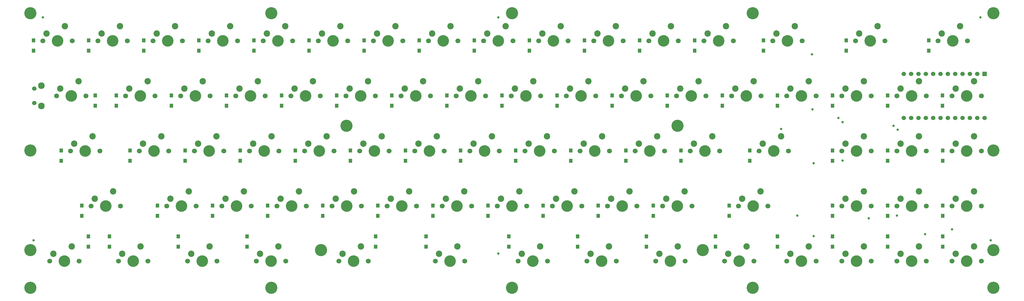
<source format=gts>
G04 #@! TF.GenerationSoftware,KiCad,Pcbnew,(6.0.7)*
G04 #@! TF.CreationDate,2022-08-30T19:15:33+09:00*
G04 #@! TF.ProjectId,keyboard-layouter-playground,6b657962-6f61-4726-942d-6c61796f7574,rev?*
G04 #@! TF.SameCoordinates,PX17eef3cPY7a5a53a*
G04 #@! TF.FileFunction,Soldermask,Top*
G04 #@! TF.FilePolarity,Negative*
%FSLAX46Y46*%
G04 Gerber Fmt 4.6, Leading zero omitted, Abs format (unit mm)*
G04 Created by KiCad (PCBNEW (6.0.7)) date 2022-08-30 19:15:33*
%MOMM*%
%LPD*%
G01*
G04 APERTURE LIST*
%ADD10R,1.300000X1.400000*%
%ADD11C,1.700000*%
%ADD12C,4.000000*%
%ADD13C,2.200000*%
%ADD14C,4.200000*%
%ADD15R,1.524000X1.524000*%
%ADD16C,1.524000*%
%ADD17C,2.300000*%
%ADD18C,0.800000*%
G04 APERTURE END LIST*
D10*
X4080904Y88558660D03*
X4080904Y85008660D03*
X23130904Y88558660D03*
X23130904Y85008660D03*
X42180904Y88558660D03*
X42180904Y85008660D03*
X61230904Y88558660D03*
X61230904Y85008660D03*
X80280904Y88558660D03*
X80280904Y85008660D03*
X99330904Y88558660D03*
X99330904Y85008660D03*
X118380904Y88558660D03*
X118380904Y85008660D03*
X137430904Y88558660D03*
X137430904Y85008660D03*
X156480904Y88558660D03*
X156480904Y85008660D03*
X175530904Y88558660D03*
X175530904Y85008660D03*
X194580904Y88558660D03*
X194580904Y85008660D03*
X213630904Y88558660D03*
X213630904Y85008660D03*
X232680904Y88558660D03*
X232680904Y85008660D03*
X285068404Y88558660D03*
X285068404Y85008660D03*
X313643404Y88558660D03*
X313643404Y85008660D03*
X32655904Y69508660D03*
X32655904Y65958660D03*
X51705904Y69508660D03*
X51705904Y65958660D03*
X70755904Y69508660D03*
X70755904Y65958660D03*
X89805904Y69508660D03*
X89805904Y65958660D03*
X108855904Y69508660D03*
X108855904Y65958660D03*
X127905904Y69508660D03*
X127905904Y65958660D03*
X146955904Y69508660D03*
X146955904Y65958660D03*
X166005904Y69508660D03*
X166005904Y65958660D03*
X185055904Y69508660D03*
X185055904Y65958660D03*
X204105904Y69508660D03*
X204105904Y65958660D03*
X223155904Y69508660D03*
X223155904Y65958660D03*
X242205904Y69508660D03*
X242205904Y65958660D03*
X261255904Y69508660D03*
X261255904Y65958660D03*
X280305904Y69508660D03*
X280305904Y65958660D03*
X299355904Y69508660D03*
X299355904Y65958660D03*
X37418404Y50458660D03*
X37418404Y46908660D03*
X56468404Y50458660D03*
X56468404Y46908660D03*
X75518404Y50458660D03*
X75518404Y46908660D03*
X94568404Y50458660D03*
X94568404Y46908660D03*
X113664585Y50458660D03*
X113664585Y46908660D03*
X132668404Y50458660D03*
X132668404Y46908660D03*
X151718404Y50458660D03*
X151718404Y46908660D03*
X170768404Y50458660D03*
X170768404Y46908660D03*
X189818404Y50458660D03*
X189818404Y46908660D03*
X208868404Y50458660D03*
X208868404Y46908660D03*
X227918404Y50458660D03*
X227918404Y46908660D03*
X280305904Y50458660D03*
X280305904Y46908660D03*
X299355904Y50458660D03*
X299355904Y46908660D03*
X318405904Y50458660D03*
X318405904Y46908660D03*
X46943404Y31408660D03*
X46943404Y27858660D03*
X65993404Y31408660D03*
X65993404Y27858660D03*
X85043404Y31408660D03*
X85043404Y27858660D03*
X104093404Y31408660D03*
X104093404Y27858660D03*
X123143404Y31408660D03*
X123143404Y27858660D03*
X142193404Y31408660D03*
X142193404Y27858660D03*
X161243404Y31408660D03*
X161243404Y27858660D03*
X180293404Y31408660D03*
X180293404Y27858660D03*
X199343404Y31408660D03*
X199343404Y27858660D03*
X218393404Y31408660D03*
X218393404Y27858660D03*
X280305904Y31408660D03*
X280305904Y27858660D03*
X299355904Y31408660D03*
X299355904Y27858660D03*
X318405904Y31408660D03*
X318405904Y27858660D03*
X239823384Y17221500D03*
X239823384Y20771500D03*
X280305904Y17221500D03*
X280305904Y20771500D03*
X299355904Y17221500D03*
X299355904Y20771500D03*
X318405904Y17221500D03*
X318405904Y20771500D03*
X30274404Y17221500D03*
X30274404Y20771500D03*
X77899404Y17221500D03*
X77899404Y20771500D03*
X168386904Y17221500D03*
X168386904Y20771500D03*
X192199404Y17221500D03*
X192199404Y20771500D03*
X216011904Y17221500D03*
X216011904Y20771500D03*
X261254464Y17220965D03*
X261254464Y20770965D03*
X256493904Y88558660D03*
X256493904Y85008660D03*
X25419944Y69508660D03*
X25419944Y65958660D03*
X13606404Y50458660D03*
X13606404Y46908660D03*
X251731404Y50458660D03*
X251731404Y46908660D03*
X20751424Y31408660D03*
X20751424Y27858660D03*
X244586384Y31408660D03*
X244586384Y27858660D03*
X122365144Y17221500D03*
X122365144Y20771500D03*
X139812404Y17221500D03*
X139812404Y20771500D03*
X54086904Y17221500D03*
X54086904Y20771500D03*
X23037385Y17222510D03*
X23037385Y20772510D03*
D11*
X7289004Y88450000D03*
D12*
X12369004Y88450000D03*
D11*
X17449004Y88450000D03*
D13*
X14909004Y93530000D03*
X8559004Y90990000D03*
D12*
X31419004Y88450000D03*
D11*
X36499004Y88450000D03*
X26339004Y88450000D03*
D13*
X33959004Y93530000D03*
X27609004Y90990000D03*
D11*
X45389004Y88450000D03*
X55549004Y88450000D03*
D12*
X50469004Y88450000D03*
D13*
X53009004Y93530000D03*
X46659004Y90990000D03*
D11*
X74599004Y88450000D03*
X64439004Y88450000D03*
D12*
X69519004Y88450000D03*
D13*
X72059004Y93530000D03*
X65709004Y90990000D03*
D11*
X93649004Y88450000D03*
D12*
X88569004Y88450000D03*
D11*
X83489004Y88450000D03*
D13*
X91109004Y93530000D03*
X84759004Y90990000D03*
D11*
X102539004Y88450000D03*
D12*
X107619004Y88450000D03*
D11*
X112699004Y88450000D03*
D13*
X110159004Y93530000D03*
X103809004Y90990000D03*
D12*
X126669004Y88450000D03*
D11*
X131749004Y88450000D03*
X121589004Y88450000D03*
D13*
X129209004Y93530000D03*
X122859004Y90990000D03*
D12*
X145719004Y88450000D03*
D11*
X150799004Y88450000D03*
X140639004Y88450000D03*
D13*
X148259004Y93530000D03*
X141909004Y90990000D03*
D12*
X164769004Y88450000D03*
D11*
X159689004Y88450000D03*
X169849004Y88450000D03*
D13*
X167309004Y93530000D03*
X160959004Y90990000D03*
D11*
X188899004Y88450000D03*
X178739004Y88450000D03*
D12*
X183819004Y88450000D03*
D13*
X186359004Y93530000D03*
X180009004Y90990000D03*
D11*
X197789004Y88450000D03*
D12*
X202869004Y88450000D03*
D11*
X207949004Y88450000D03*
D13*
X205409004Y93530000D03*
X199059004Y90990000D03*
D11*
X226999004Y88450000D03*
D12*
X221919004Y88450000D03*
D11*
X216839004Y88450000D03*
D13*
X224459004Y93530000D03*
X218109004Y90990000D03*
D12*
X240969004Y88450000D03*
D11*
X246049004Y88450000D03*
X235889004Y88450000D03*
D13*
X243509004Y93530000D03*
X237159004Y90990000D03*
D11*
X298436504Y88450000D03*
X288276504Y88450000D03*
D12*
X293356504Y88450000D03*
D13*
X295896504Y93530000D03*
X289546504Y90990000D03*
D12*
X321931504Y88450000D03*
D11*
X327011504Y88450000D03*
X316851504Y88450000D03*
D13*
X324471504Y93530000D03*
X318121504Y90990000D03*
D11*
X35864004Y69400000D03*
D12*
X40944004Y69400000D03*
D11*
X46024004Y69400000D03*
D13*
X43484004Y74480000D03*
X37134004Y71940000D03*
D11*
X54914004Y69400000D03*
X65074004Y69400000D03*
D12*
X59994004Y69400000D03*
D13*
X62534004Y74480000D03*
X56184004Y71940000D03*
D12*
X79044004Y69400000D03*
D11*
X73964004Y69400000D03*
X84124004Y69400000D03*
D13*
X81584004Y74480000D03*
X75234004Y71940000D03*
D12*
X98094004Y69400000D03*
D11*
X93014004Y69400000D03*
X103174004Y69400000D03*
D13*
X100634004Y74480000D03*
X94284004Y71940000D03*
D11*
X122224004Y69400000D03*
X112064004Y69400000D03*
D12*
X117144004Y69400000D03*
D13*
X119684004Y74480000D03*
X113334004Y71940000D03*
D11*
X131114004Y69400000D03*
D12*
X136194004Y69400000D03*
D11*
X141274004Y69400000D03*
D13*
X138734004Y74480000D03*
X132384004Y71940000D03*
D11*
X150164004Y69400000D03*
D12*
X155244004Y69400000D03*
D11*
X160324004Y69400000D03*
D13*
X157784004Y74480000D03*
X151434004Y71940000D03*
D11*
X179374004Y69400000D03*
X169214004Y69400000D03*
D12*
X174294004Y69400000D03*
D13*
X176834004Y74480000D03*
X170484004Y71940000D03*
D12*
X193344004Y69400000D03*
D11*
X198424004Y69400000D03*
X188264004Y69400000D03*
D13*
X195884004Y74480000D03*
X189534004Y71940000D03*
D11*
X217474004Y69400000D03*
X207314004Y69400000D03*
D12*
X212394004Y69400000D03*
D13*
X214934004Y74480000D03*
X208584004Y71940000D03*
D12*
X231444004Y69400000D03*
D11*
X226364004Y69400000D03*
X236524004Y69400000D03*
D13*
X233984004Y74480000D03*
X227634004Y71940000D03*
D11*
X255574004Y69400000D03*
X245414004Y69400000D03*
D12*
X250494004Y69400000D03*
D13*
X253034004Y74480000D03*
X246684004Y71940000D03*
D12*
X269544004Y69400000D03*
D11*
X264464004Y69400000D03*
X274624004Y69400000D03*
D13*
X272084004Y74480000D03*
X265734004Y71940000D03*
D11*
X293674004Y69400000D03*
D12*
X288594004Y69400000D03*
D11*
X283514004Y69400000D03*
D13*
X291134004Y74480000D03*
X284784004Y71940000D03*
D11*
X312724004Y69400000D03*
X302564004Y69400000D03*
D12*
X307644004Y69400000D03*
D13*
X310184004Y74480000D03*
X303834004Y71940000D03*
D11*
X331774004Y69400000D03*
X321614004Y69400000D03*
D12*
X326694004Y69400000D03*
D13*
X329234004Y74480000D03*
X322884004Y71940000D03*
D11*
X40626504Y50350000D03*
X50786504Y50350000D03*
D12*
X45706504Y50350000D03*
D13*
X48246504Y55430000D03*
X41896504Y52890000D03*
D12*
X64756504Y50350000D03*
D11*
X59676504Y50350000D03*
X69836504Y50350000D03*
D13*
X67296504Y55430000D03*
X60946504Y52890000D03*
D12*
X83806504Y50350000D03*
D11*
X88886504Y50350000D03*
X78726504Y50350000D03*
D13*
X86346504Y55430000D03*
X79996504Y52890000D03*
D11*
X97776504Y50350000D03*
X107936504Y50350000D03*
D12*
X102856504Y50350000D03*
D13*
X105396504Y55430000D03*
X99046504Y52890000D03*
D12*
X121906504Y50350000D03*
D11*
X116826504Y50350000D03*
X126986504Y50350000D03*
D13*
X124446504Y55430000D03*
X118096504Y52890000D03*
D11*
X135876504Y50350000D03*
D12*
X140956504Y50350000D03*
D11*
X146036504Y50350000D03*
D13*
X143496504Y55430000D03*
X137146504Y52890000D03*
D12*
X160006504Y50350000D03*
D11*
X154926504Y50350000D03*
X165086504Y50350000D03*
D13*
X162546504Y55430000D03*
X156196504Y52890000D03*
D11*
X184136504Y50350000D03*
X173976504Y50350000D03*
D12*
X179056504Y50350000D03*
D13*
X181596504Y55430000D03*
X175246504Y52890000D03*
D11*
X203186504Y50350000D03*
D12*
X198106504Y50350000D03*
D11*
X193026504Y50350000D03*
D13*
X200646504Y55430000D03*
X194296504Y52890000D03*
D11*
X222236504Y50350000D03*
D12*
X217156504Y50350000D03*
D11*
X212076504Y50350000D03*
D13*
X219696504Y55430000D03*
X213346504Y52890000D03*
D11*
X231126504Y50350000D03*
D12*
X236206504Y50350000D03*
D11*
X241286504Y50350000D03*
D13*
X238746504Y55430000D03*
X232396504Y52890000D03*
D12*
X288594004Y50350000D03*
D11*
X293674004Y50350000D03*
X283514004Y50350000D03*
D13*
X291134004Y55430000D03*
X284784004Y52890000D03*
D11*
X302564004Y50350000D03*
D12*
X307644004Y50350000D03*
D11*
X312724004Y50350000D03*
D13*
X310184004Y55430000D03*
X303834004Y52890000D03*
D11*
X321614004Y50350000D03*
D12*
X326694004Y50350000D03*
D11*
X331774004Y50350000D03*
D13*
X329234004Y55430000D03*
X322884004Y52890000D03*
D11*
X60311504Y31300000D03*
D12*
X55231504Y31300000D03*
D11*
X50151504Y31300000D03*
D13*
X57771504Y36380000D03*
X51421504Y33840000D03*
D12*
X74281504Y31300000D03*
D11*
X69201504Y31300000D03*
X79361504Y31300000D03*
D13*
X76821504Y36380000D03*
X70471504Y33840000D03*
D11*
X88251504Y31300000D03*
X98411504Y31300000D03*
D12*
X93331504Y31300000D03*
D13*
X95871504Y36380000D03*
X89521504Y33840000D03*
D12*
X112381504Y31300000D03*
D11*
X107301504Y31300000D03*
X117461504Y31300000D03*
D13*
X114921504Y36380000D03*
X108571504Y33840000D03*
D12*
X131431504Y31300000D03*
D11*
X126351504Y31300000D03*
X136511504Y31300000D03*
D13*
X133971504Y36380000D03*
X127621504Y33840000D03*
D11*
X145401504Y31300000D03*
X155561504Y31300000D03*
D12*
X150481504Y31300000D03*
D13*
X153021504Y36380000D03*
X146671504Y33840000D03*
D12*
X169531504Y31300000D03*
D11*
X174611504Y31300000D03*
X164451504Y31300000D03*
D13*
X172071504Y36380000D03*
X165721504Y33840000D03*
D12*
X188581504Y31300000D03*
D11*
X183501504Y31300000D03*
X193661504Y31300000D03*
D13*
X191121504Y36380000D03*
X184771504Y33840000D03*
D12*
X207631504Y31300000D03*
D11*
X212711504Y31300000D03*
X202551504Y31300000D03*
D13*
X210171504Y36380000D03*
X203821504Y33840000D03*
D11*
X231761504Y31300000D03*
X221601504Y31300000D03*
D12*
X226681504Y31300000D03*
D13*
X229221504Y36380000D03*
X222871504Y33840000D03*
D11*
X283514004Y31300000D03*
D12*
X288594004Y31300000D03*
D11*
X293674004Y31300000D03*
D13*
X291134004Y36380000D03*
X284784004Y33840000D03*
D11*
X302564004Y31300000D03*
D12*
X307644004Y31300000D03*
D11*
X312724004Y31300000D03*
D13*
X310184004Y36380000D03*
X303834004Y33840000D03*
D11*
X331774004Y31300000D03*
X321614004Y31300000D03*
D12*
X326694004Y31300000D03*
D13*
X329234004Y36380000D03*
X322884004Y33840000D03*
D12*
X248111484Y12250000D03*
D11*
X253191484Y12250000D03*
X243031484Y12250000D03*
D13*
X250651484Y17330000D03*
X244301484Y14790000D03*
D11*
X293674004Y12250000D03*
X283514004Y12250000D03*
D12*
X288594004Y12250000D03*
D13*
X291134004Y17330000D03*
X284784004Y14790000D03*
D11*
X302564004Y12250000D03*
D12*
X307644004Y12250000D03*
D11*
X312724004Y12250000D03*
D13*
X310184004Y17330000D03*
X303834004Y14790000D03*
D11*
X321614004Y12250000D03*
X331774004Y12250000D03*
D12*
X326694004Y12250000D03*
D13*
X329234004Y17330000D03*
X322884004Y14790000D03*
D11*
X9670000Y12250000D03*
D12*
X14750000Y12250000D03*
D11*
X19830000Y12250000D03*
D13*
X17290000Y17330000D03*
X10940000Y14790000D03*
D12*
X38562500Y12250000D03*
D11*
X43642500Y12250000D03*
X33482500Y12250000D03*
D13*
X41102500Y17330000D03*
X34752500Y14790000D03*
D12*
X62375004Y12250000D03*
D11*
X67455004Y12250000D03*
X57295004Y12250000D03*
D13*
X64915004Y17330000D03*
X58565004Y14790000D03*
D11*
X91267504Y12250000D03*
X81107504Y12250000D03*
D12*
X86187504Y12250000D03*
D13*
X88727504Y17330000D03*
X82377504Y14790000D03*
D11*
X171595004Y12250000D03*
D12*
X176675004Y12250000D03*
D11*
X181755004Y12250000D03*
D13*
X179215004Y17330000D03*
X172865004Y14790000D03*
D12*
X200487504Y12250000D03*
D11*
X195407504Y12250000D03*
X205567504Y12250000D03*
D13*
X203027504Y17330000D03*
X196677504Y14790000D03*
D11*
X219220004Y12250000D03*
X229380004Y12250000D03*
D12*
X224300004Y12250000D03*
D13*
X226840004Y17330000D03*
X220490004Y14790000D03*
D12*
X269542480Y12250000D03*
D11*
X274622480Y12250000D03*
X264462480Y12250000D03*
D13*
X272082480Y17330000D03*
X265732480Y14790000D03*
D11*
X269862004Y88450000D03*
D12*
X264782004Y88450000D03*
D11*
X259702004Y88450000D03*
D13*
X267322004Y93530000D03*
X260972004Y90990000D03*
D11*
X22212004Y69400000D03*
D12*
X17132004Y69400000D03*
D11*
X12052004Y69400000D03*
D13*
X19672004Y74480000D03*
X13322004Y71940000D03*
D12*
X21894504Y50350000D03*
D11*
X16814504Y50350000D03*
X26974504Y50350000D03*
D13*
X24434504Y55430000D03*
X18084504Y52890000D03*
D12*
X260019504Y50350000D03*
D11*
X265099504Y50350000D03*
X254939504Y50350000D03*
D13*
X262559504Y55430000D03*
X256209504Y52890000D03*
D11*
X34119024Y31300000D03*
D12*
X29039024Y31300000D03*
D11*
X23959024Y31300000D03*
D13*
X31579024Y36380000D03*
X25229024Y33840000D03*
D12*
X252874484Y31300000D03*
D11*
X247794484Y31300000D03*
X257954484Y31300000D03*
D13*
X255414484Y36380000D03*
X249064484Y33840000D03*
D11*
X119843004Y12250000D03*
X109683004Y12250000D03*
D12*
X114763004Y12250000D03*
D13*
X117303004Y17330000D03*
X110953004Y14790000D03*
D11*
X143020504Y12250000D03*
X153180504Y12250000D03*
D12*
X148100504Y12250000D03*
D13*
X150640504Y17330000D03*
X144290504Y14790000D03*
D14*
X336000004Y3000000D03*
X86250004Y98000000D03*
X169500004Y98000000D03*
X336000004Y98000000D03*
X86250004Y3000000D03*
X252750004Y3000000D03*
X252750004Y98000000D03*
X336000004Y50500000D03*
D10*
X318358984Y69508280D03*
X318358984Y65958280D03*
D14*
X103500000Y16000000D03*
D15*
X332885000Y77020000D03*
D16*
X330345000Y77020000D03*
X327805000Y77020000D03*
X325265000Y77020000D03*
X322725000Y77020000D03*
X320185000Y77020000D03*
X317645000Y77020000D03*
X315105000Y77020000D03*
X312565000Y77020000D03*
X310025000Y77020000D03*
X307485000Y77020000D03*
X304945000Y77020000D03*
X304945000Y61780000D03*
X307485000Y61780000D03*
X310025000Y61780000D03*
X312565000Y61780000D03*
X315105000Y61780000D03*
X317645000Y61780000D03*
X320185000Y61780000D03*
X322725000Y61780000D03*
X325265000Y61780000D03*
X327805000Y61780000D03*
X330345000Y61780000D03*
X332885000Y61780000D03*
X4324375Y66875000D03*
X4324375Y71875000D03*
D17*
X6814375Y65875000D03*
X6814375Y72885000D03*
D14*
X3000004Y3000000D03*
X3000004Y50500000D03*
X3000004Y98000000D03*
X226771875Y59000000D03*
X336000000Y16000000D03*
X112271875Y59000000D03*
X235500000Y16000000D03*
X3000000Y16000000D03*
X169500004Y3000000D03*
D18*
X273353750Y64733660D03*
X273830000Y20822500D03*
X321693125Y23203750D03*
X282402500Y61780000D03*
X273830000Y46063750D03*
X283831250Y47016250D03*
X283831254Y60351250D03*
X292880000Y27013750D03*
X301452500Y59081250D03*
X273257590Y83783660D03*
X302643125Y27966250D03*
X268115000Y27966250D03*
X302881250Y57684250D03*
X312370379Y21536875D03*
X335028125Y19393750D03*
X7320754Y96546250D03*
X164768750Y96546250D03*
X164768750Y14869375D03*
X262559504Y57970000D03*
X331456250Y96546250D03*
X4034375Y19393750D03*
M02*

</source>
